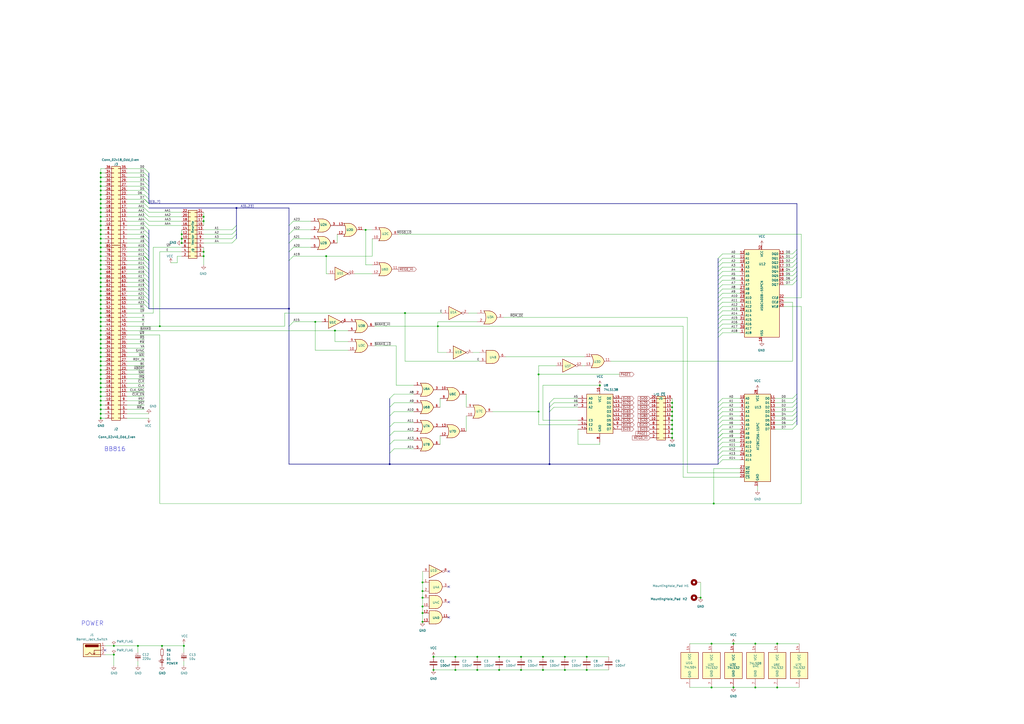
<source format=kicad_sch>
(kicad_sch (version 20250114) (generator "eeschema") (generator_version "9.0")
  (paper "A2")
  (text "POWER" (at 46.99 363.22 0) (effects (font (size 2.54 2.54)) (justify left bottom)))
  (text "BB816" (at 72.898 262.128 0) (effects (font (size 2.54 2.54)) (justify right bottom)))
  (junction (at 438.15 398.78))
  (junction (at 58.42 105.41))
  (junction (at 389.89 233.68))
  (junction (at 58.42 102.87))
  (junction (at 302.26 381))
  (junction (at 58.42 189.23))
  (junction (at 389.89 246.38))
  (junction (at 58.42 125.73))
  (junction (at 58.42 118.11))
  (junction (at 58.42 179.07))
  (junction (at 212.09 133.35))
  (junction (at 312.42 238.76))
  (junction (at 92.71 189.23))
  (junction (at 182.88 186.69))
  (junction (at 58.42 191.77))
  (junction (at 58.42 219.71))
  (junction (at 245.11 342.9))
  (junction (at 406.4 346.71))
  (junction (at 251.46 381))
  (junction (at 58.42 156.21))
  (junction (at 58.42 240.03))
  (junction (at 389.89 241.3))
  (junction (at 58.42 130.81))
  (junction (at 93.98 374.65))
  (junction (at 105.41 140.97))
  (junction (at 318.77 269.24))
  (junction (at 58.42 222.25))
  (junction (at 66.04 379.73))
  (junction (at 245.11 346.71))
  (junction (at 58.42 207.01))
  (junction (at 312.42 217.17))
  (junction (at 226.06 269.24))
  (junction (at 58.42 171.45))
  (junction (at 314.96 388.62))
  (junction (at 58.42 199.39))
  (junction (at 58.42 138.43))
  (junction (at 314.96 381))
  (junction (at 58.42 194.31))
  (junction (at 276.86 388.62))
  (junction (at 245.11 351.79))
  (junction (at 245.11 355.6))
  (junction (at 58.42 184.15))
  (junction (at 389.89 243.84))
  (junction (at 438.15 373.38))
  (junction (at 58.42 212.09))
  (junction (at 58.42 217.17))
  (junction (at 58.42 196.85))
  (junction (at 58.42 107.95))
  (junction (at 58.42 153.67))
  (junction (at 340.36 381))
  (junction (at 58.42 224.79))
  (junction (at 264.16 381))
  (junction (at 327.66 381))
  (junction (at 58.42 234.95))
  (junction (at 412.75 398.78))
  (junction (at 194.31 191.77))
  (junction (at 58.42 133.35))
  (junction (at 58.42 158.75))
  (junction (at 189.23 148.59))
  (junction (at 58.42 120.65))
  (junction (at 58.42 140.97))
  (junction (at 58.42 128.27))
  (junction (at 412.75 373.38))
  (junction (at 450.85 398.78))
  (junction (at 58.42 146.05))
  (junction (at 58.42 204.47))
  (junction (at 58.42 237.49))
  (junction (at 347.98 223.52))
  (junction (at 58.42 123.19))
  (junction (at 289.56 381))
  (junction (at 105.41 138.43))
  (junction (at 118.11 146.05))
  (junction (at 58.42 100.33))
  (junction (at 58.42 166.37))
  (junction (at 58.42 143.51))
  (junction (at 137.16 120.65))
  (junction (at 425.45 373.38))
  (junction (at 58.42 209.55))
  (junction (at 340.36 388.62))
  (junction (at 58.42 181.61))
  (junction (at 289.56 388.62))
  (junction (at 58.42 135.89))
  (junction (at 389.89 248.92))
  (junction (at 254 189.23))
  (junction (at 58.42 186.69))
  (junction (at 58.42 227.33))
  (junction (at 234.95 181.61))
  (junction (at 66.04 374.65))
  (junction (at 58.42 115.57))
  (junction (at 302.26 388.62))
  (junction (at 450.85 373.38))
  (junction (at 414.02 292.1))
  (junction (at 58.42 214.63))
  (junction (at 245.11 337.82))
  (junction (at 251.46 388.62))
  (junction (at 58.42 113.03))
  (junction (at 276.86 381))
  (junction (at 58.42 148.59))
  (junction (at 264.16 388.62))
  (junction (at 327.66 388.62))
  (junction (at 425.45 398.78))
  (junction (at 389.89 238.76))
  (junction (at 118.11 148.59))
  (junction (at 80.01 374.65))
  (junction (at 58.42 163.83))
  (junction (at 118.11 128.27))
  (junction (at 389.89 251.46))
  (junction (at 105.41 135.89))
  (junction (at 58.42 242.57))
  (junction (at 167.64 179.07))
  (junction (at 58.42 176.53))
  (junction (at 58.42 110.49))
  (junction (at 58.42 201.93))
  (junction (at 245.11 360.68))
  (junction (at 389.89 254))
  (junction (at 58.42 232.41))
  (junction (at 58.42 151.13))
  (junction (at 118.11 125.73))
  (junction (at 58.42 168.91))
  (junction (at 389.89 236.22))
  (junction (at 58.42 173.99))
  (junction (at 58.42 161.29))
  (junction (at 58.42 229.87))
  (junction (at 106.68 374.65))
  (no_connect (at 260.35 358.14))
  (no_connect (at 60.96 377.19))
  (no_connect (at 260.35 340.36))
  (no_connect (at 260.35 349.25))
  (no_connect (at 260.35 331.47))
  (bus_entry (at 462.28 243.84) (size -2.54 2.54))
  (bus_entry (at 462.28 149.86) (size -2.54 2.54))
  (bus_entry (at 416.56 195.58) (size 2.54 -2.54))
  (bus_entry (at 86.36 158.75) (size -2.54 -2.54))
  (bus_entry (at 416.56 269.24) (size 2.54 -2.54))
  (bus_entry (at 86.36 179.07) (size -2.54 -2.54))
  (bus_entry (at 226.06 236.22) (size 2.54 -2.54))
  (bus_entry (at 416.56 238.76) (size 2.54 -2.54))
  (bus_entry (at 86.36 123.19) (size -2.54 -2.54))
  (bus_entry (at 86.36 176.53) (size -2.54 -2.54))
  (bus_entry (at 86.36 146.05) (size -2.54 -2.54))
  (bus_entry (at 226.06 262.89) (size 2.54 -2.54))
  (bus_entry (at 462.28 228.6) (size -2.54 2.54))
  (bus_entry (at 416.56 241.3) (size 2.54 -2.54))
  (bus_entry (at 137.16 133.35) (size -2.54 2.54))
  (bus_entry (at 462.28 231.14) (size -2.54 2.54))
  (bus_entry (at 86.36 148.59) (size -2.54 -2.54))
  (bus_entry (at 137.16 138.43) (size -2.54 2.54))
  (bus_entry (at 226.06 231.14) (size 2.54 -2.54))
  (bus_entry (at 416.56 172.72) (size 2.54 -2.54))
  (bus_entry (at 167.64 189.23) (size 2.54 -2.54))
  (bus_entry (at 137.16 135.89) (size -2.54 2.54))
  (bus_entry (at 86.36 168.91) (size -2.54 -2.54))
  (bus_entry (at 416.56 182.88) (size 2.54 -2.54))
  (bus_entry (at 226.06 257.81) (size 2.54 -2.54))
  (bus_entry (at 86.36 140.97) (size -2.54 -2.54))
  (bus_entry (at 416.56 261.62) (size 2.54 -2.54))
  (bus_entry (at 86.36 118.11) (size -2.54 -2.54))
  (bus_entry (at 86.36 138.43) (size -2.54 -2.54))
  (bus_entry (at 86.36 105.41) (size -2.54 -2.54))
  (bus_entry (at 416.56 185.42) (size 2.54 -2.54))
  (bus_entry (at 86.36 113.03) (size -2.54 -2.54))
  (bus_entry (at 318.77 238.76) (size 2.54 -2.54))
  (bus_entry (at 167.64 140.97) (size 2.54 -2.54))
  (bus_entry (at 416.56 162.56) (size 2.54 -2.54))
  (bus_entry (at 416.56 266.7) (size 2.54 -2.54))
  (bus_entry (at 416.56 243.84) (size 2.54 -2.54))
  (bus_entry (at 170.18 128.27) (size -2.54 2.54))
  (bus_entry (at 86.36 156.21) (size -2.54 -2.54))
  (bus_entry (at 416.56 248.92) (size 2.54 -2.54))
  (bus_entry (at 416.56 177.8) (size 2.54 -2.54))
  (bus_entry (at 86.36 100.33) (size -2.54 -2.54))
  (bus_entry (at 86.36 118.11) (size -2.54 -2.54))
  (bus_entry (at 86.36 110.49) (size -2.54 -2.54))
  (bus_entry (at 462.28 152.4) (size -2.54 2.54))
  (bus_entry (at 86.36 107.95) (size -2.54 -2.54))
  (bus_entry (at 86.36 151.13) (size -2.54 -2.54))
  (bus_entry (at 86.36 163.83) (size -2.54 -2.54))
  (bus_entry (at 462.28 157.48) (size -2.54 2.54))
  (bus_entry (at 416.56 154.94) (size 2.54 -2.54))
  (bus_entry (at 86.36 115.57) (size -2.54 -2.54))
  (bus_entry (at 137.16 130.81) (size -2.54 2.54))
  (bus_entry (at 462.28 144.78) (size -2.54 2.54))
  (bus_entry (at 416.56 187.96) (size 2.54 -2.54))
  (bus_entry (at 416.56 149.86) (size 2.54 -2.54))
  (bus_entry (at 462.28 154.94) (size -2.54 2.54))
  (bus_entry (at 167.64 135.89) (size 2.54 -2.54))
  (bus_entry (at 416.56 254) (size 2.54 -2.54))
  (bus_entry (at 462.28 241.3) (size -2.54 2.54))
  (bus_entry (at 416.56 167.64) (size 2.54 -2.54))
  (bus_entry (at 86.36 151.13) (size -2.54 -2.54))
  (bus_entry (at 462.28 238.76) (size -2.54 2.54))
  (bus_entry (at 416.56 254) (size 2.54 -2.54))
  (bus_entry (at 86.36 130.81) (size -2.54 -2.54))
  (bus_entry (at 416.56 246.38) (size 2.54 -2.54))
  (bus_entry (at 462.28 233.68) (size -2.54 2.54))
  (bus_entry (at 226.06 241.3) (size 2.54 -2.54))
  (bus_entry (at 86.36 143.51) (size -2.54 -2.54))
  (bus_entry (at 416.56 264.16) (size 2.54 -2.54))
  (bus_entry (at 86.36 153.67) (size -2.54 -2.54))
  (bus_entry (at 416.56 180.34) (size 2.54 -2.54))
  (bus_entry (at 167.64 146.05) (size 2.54 -2.54))
  (bus_entry (at 462.28 147.32) (size -2.54 2.54))
  (bus_entry (at 318.77 236.22) (size 2.54 -2.54))
  (bus_entry (at 86.36 151.13) (size -2.54 -2.54))
  (bus_entry (at 416.56 190.5) (size 2.54 -2.54))
  (bus_entry (at 462.28 160.02) (size -2.54 2.54))
  (bus_entry (at 86.36 120.65) (size -2.54 -2.54))
  (bus_entry (at 86.36 151.13) (size -2.54 -2.54))
  (bus_entry (at 226.06 252.73) (size 2.54 -2.54))
  (bus_entry (at 416.56 193.04) (size 2.54 -2.54))
  (bus_entry (at 167.64 151.13) (size 2.54 -2.54))
  (bus_entry (at 416.56 233.68) (size 2.54 -2.54))
  (bus_entry (at 86.36 125.73) (size -2.54 -2.54))
  (bus_entry (at 86.36 173.99) (size -2.54 -2.54))
  (bus_entry (at 416.56 236.22) (size 2.54 -2.54))
  (bus_entry (at 226.06 247.65) (size 2.54 -2.54))
  (bus_entry (at 86.36 102.87) (size -2.54 -2.54))
  (bus_entry (at 86.36 161.29) (size -2.54 -2.54))
  (bus_entry (at 416.56 157.48) (size 2.54 -2.54))
  (bus_entry (at 462.28 236.22) (size -2.54 2.54))
  (bus_entry (at 416.56 259.08) (size 2.54 -2.54))
  (bus_entry (at 86.36 128.27) (size -2.54 -2.54))
  (bus_entry (at 86.36 135.89) (size -2.54 -2.54))
  (bus_entry (at 462.28 246.38) (size -2.54 2.54))
  (bus_entry (at 416.56 170.18) (size 2.54 -2.54))
  (bus_entry (at 416.56 160.02) (size 2.54 -2.54))
  (bus_entry (at 86.36 166.37) (size -2.54 -2.54))
  (bus_entry (at 416.56 256.54) (size 2.54 -2.54))
  (bus_entry (at 318.77 233.68) (size 2.54 -2.54))
  (bus_entry (at 416.56 251.46) (size 2.54 -2.54))
  (bus_entry (at 416.56 175.26) (size 2.54 -2.54))
  (bus_entry (at 416.56 165.1) (size 2.54 -2.54))
  (bus_entry (at 416.56 152.4) (size 2.54 -2.54))
  (bus_entry (at 462.28 162.56) (size -2.54 2.54))
  (bus_entry (at 86.36 171.45) (size -2.54 -2.54))
  (bus_entry (at 86.36 133.35) (size -2.54 -2.54))
  (bus (pts (xy 416.56 248.92) (xy 416.56 246.38)))
  (wire (pts (xy 73.66 189.23) (xy 92.71 189.23)))
  (wire (pts (xy 321.31 233.68) (xy 335.28 233.68)))
  (wire (pts (xy 58.42 207.01) (xy 60.96 207.01)))
  (wire (pts (xy 419.1 266.7) (xy 429.26 266.7)))
  (bus (pts (xy 462.28 157.48) (xy 462.28 160.02)))
  (wire (pts (xy 58.42 181.61) (xy 58.42 179.07)))
  (bus (pts (xy 462.28 238.76) (xy 462.28 236.22)))
  (wire (pts (xy 419.1 254) (xy 429.26 254)))
  (wire (pts (xy 118.11 143.51) (xy 118.11 146.05)))
  (wire (pts (xy 182.88 186.69) (xy 186.69 186.69)))
  (wire (pts (xy 182.88 186.69) (xy 182.88 203.2)))
  (wire (pts (xy 58.42 107.95) (xy 60.96 107.95)))
  (wire (pts (xy 58.42 176.53) (xy 58.42 173.99)))
  (wire (pts (xy 58.42 222.25) (xy 58.42 219.71)))
  (bus (pts (xy 167.64 140.97) (xy 167.64 146.05)))
  (wire (pts (xy 270.51 228.6) (xy 270.51 236.22)))
  (wire (pts (xy 302.26 381) (xy 314.96 381)))
  (bus (pts (xy 416.56 162.56) (xy 416.56 165.1)))
  (wire (pts (xy 228.6 250.19) (xy 240.03 250.19)))
  (bus (pts (xy 462.28 118.11) (xy 462.28 144.78)))
  (bus (pts (xy 416.56 152.4) (xy 416.56 154.94)))
  (wire (pts (xy 83.82 120.65) (xy 73.66 120.65)))
  (bus (pts (xy 416.56 256.54) (xy 416.56 254)))
  (wire (pts (xy 276.86 388.62) (xy 289.56 388.62)))
  (wire (pts (xy 58.42 214.63) (xy 58.42 212.09)))
  (wire (pts (xy 419.1 157.48) (xy 429.26 157.48)))
  (wire (pts (xy 83.82 125.73) (xy 73.66 125.73)))
  (wire (pts (xy 170.18 128.27) (xy 180.34 128.27)))
  (bus (pts (xy 137.16 135.89) (xy 137.16 138.43)))
  (wire (pts (xy 389.89 231.14) (xy 389.89 233.68)))
  (wire (pts (xy 58.42 130.81) (xy 60.96 130.81)))
  (bus (pts (xy 86.36 179.07) (xy 86.36 176.53)))
  (wire (pts (xy 234.95 181.61) (xy 256.54 181.61)))
  (bus (pts (xy 462.28 241.3) (xy 462.28 243.84)))
  (wire (pts (xy 58.42 237.49) (xy 60.96 237.49)))
  (wire (pts (xy 231.14 135.89) (xy 464.82 135.89)))
  (wire (pts (xy 83.82 100.33) (xy 73.66 100.33)))
  (wire (pts (xy 58.42 207.01) (xy 58.42 204.47)))
  (wire (pts (xy 271.78 181.61) (xy 276.86 181.61)))
  (wire (pts (xy 58.42 125.73) (xy 60.96 125.73)))
  (wire (pts (xy 419.1 167.64) (xy 429.26 167.64)))
  (bus (pts (xy 86.36 110.49) (xy 86.36 113.03)))
  (wire (pts (xy 245.11 346.71) (xy 245.11 351.79)))
  (wire (pts (xy 58.42 130.81) (xy 58.42 128.27)))
  (wire (pts (xy 58.42 140.97) (xy 58.42 138.43)))
  (wire (pts (xy 83.82 209.55) (xy 73.66 209.55)))
  (wire (pts (xy 419.1 231.14) (xy 429.26 231.14)))
  (wire (pts (xy 292.1 184.15) (xy 398.78 184.15)))
  (wire (pts (xy 58.42 227.33) (xy 58.42 224.79)))
  (wire (pts (xy 285.75 238.76) (xy 312.42 238.76)))
  (wire (pts (xy 83.82 161.29) (xy 73.66 161.29)))
  (wire (pts (xy 438.15 373.38) (xy 450.85 373.38)))
  (bus (pts (xy 86.36 115.57) (xy 86.36 118.11)))
  (wire (pts (xy 314.96 388.62) (xy 327.66 388.62)))
  (wire (pts (xy 83.82 176.53) (xy 73.66 176.53)))
  (wire (pts (xy 58.42 100.33) (xy 58.42 97.79)))
  (wire (pts (xy 92.71 194.31) (xy 92.71 292.1)))
  (bus (pts (xy 86.36 161.29) (xy 86.36 163.83)))
  (wire (pts (xy 419.1 177.8) (xy 429.26 177.8)))
  (wire (pts (xy 454.66 162.56) (xy 459.74 162.56)))
  (wire (pts (xy 419.1 264.16) (xy 429.26 264.16)))
  (wire (pts (xy 92.71 146.05) (xy 105.41 146.05)))
  (wire (pts (xy 73.66 115.57) (xy 83.82 115.57)))
  (wire (pts (xy 419.1 248.92) (xy 429.26 248.92)))
  (bus (pts (xy 416.56 154.94) (xy 416.56 157.48)))
  (wire (pts (xy 58.42 219.71) (xy 60.96 219.71)))
  (wire (pts (xy 58.42 234.95) (xy 58.42 232.41)))
  (wire (pts (xy 83.82 179.07) (xy 73.66 179.07)))
  (wire (pts (xy 419.1 190.5) (xy 429.26 190.5)))
  (wire (pts (xy 58.42 194.31) (xy 60.96 194.31)))
  (wire (pts (xy 419.1 152.4) (xy 429.26 152.4)))
  (wire (pts (xy 321.31 231.14) (xy 335.28 231.14)))
  (wire (pts (xy 58.42 143.51) (xy 60.96 143.51)))
  (wire (pts (xy 58.42 217.17) (xy 60.96 217.17)))
  (wire (pts (xy 105.41 135.89) (xy 105.41 138.43)))
  (wire (pts (xy 58.42 120.65) (xy 58.42 118.11)))
  (wire (pts (xy 245.11 331.47) (xy 245.11 337.82)))
  (bus (pts (xy 416.56 256.54) (xy 416.56 259.08)))
  (bus (pts (xy 167.64 120.65) (xy 167.64 130.81)))
  (wire (pts (xy 118.11 123.19) (xy 118.11 125.73)))
  (wire (pts (xy 264.16 381) (xy 276.86 381)))
  (wire (pts (xy 58.42 222.25) (xy 60.96 222.25)))
  (wire (pts (xy 245.11 355.6) (xy 245.11 360.68)))
  (bus (pts (xy 416.56 259.08) (xy 416.56 261.62)))
  (bus (pts (xy 137.16 120.65) (xy 137.16 130.81)))
  (wire (pts (xy 58.42 153.67) (xy 60.96 153.67)))
  (wire (pts (xy 400.05 373.38) (xy 412.75 373.38)))
  (wire (pts (xy 73.66 113.03) (xy 83.82 113.03)))
  (bus (pts (xy 226.06 236.22) (xy 226.06 241.3)))
  (wire (pts (xy 102.87 148.59) (xy 105.41 148.59)))
  (wire (pts (xy 86.36 240.03) (xy 73.66 240.03)))
  (wire (pts (xy 83.82 130.81) (xy 73.66 130.81)))
  (wire (pts (xy 102.87 152.4) (xy 99.06 152.4)))
  (wire (pts (xy 58.42 224.79) (xy 60.96 224.79)))
  (wire (pts (xy 106.68 386.08) (xy 106.68 383.54)))
  (bus (pts (xy 462.28 228.6) (xy 462.28 231.14)))
  (wire (pts (xy 73.66 181.61) (xy 88.9 181.61)))
  (wire (pts (xy 58.42 97.79) (xy 60.96 97.79)))
  (wire (pts (xy 106.68 373.38) (xy 106.68 374.65)))
  (wire (pts (xy 58.42 120.65) (xy 60.96 120.65)))
  (wire (pts (xy 58.42 107.95) (xy 58.42 105.41)))
  (wire (pts (xy 83.82 184.15) (xy 73.66 184.15)))
  (wire (pts (xy 58.42 199.39) (xy 60.96 199.39)))
  (wire (pts (xy 229.87 200.66) (xy 229.87 223.52)))
  (wire (pts (xy 302.26 388.62) (xy 314.96 388.62)))
  (bus (pts (xy 137.16 130.81) (xy 137.16 133.35)))
  (wire (pts (xy 58.42 118.11) (xy 58.42 115.57)))
  (wire (pts (xy 454.66 177.8) (xy 464.82 177.8)))
  (wire (pts (xy 234.95 209.55) (xy 278.13 209.55)))
  (wire (pts (xy 450.85 398.78) (xy 463.55 398.78)))
  (wire (pts (xy 335.28 243.84) (xy 314.96 243.84)))
  (wire (pts (xy 396.24 189.23) (xy 396.24 276.86)))
  (wire (pts (xy 255.27 231.14) (xy 255.27 236.22)))
  (wire (pts (xy 58.42 199.39) (xy 58.42 196.85)))
  (wire (pts (xy 73.66 148.59) (xy 83.82 148.59)))
  (wire (pts (xy 58.42 156.21) (xy 60.96 156.21)))
  (wire (pts (xy 83.82 138.43) (xy 73.66 138.43)))
  (wire (pts (xy 217.17 200.66) (xy 229.87 200.66)))
  (bus (pts (xy 86.36 113.03) (xy 86.36 115.57)))
  (wire (pts (xy 66.04 379.73) (xy 66.04 386.08)))
  (wire (pts (xy 93.98 374.65) (xy 93.98 375.92)))
  (bus (pts (xy 462.28 238.76) (xy 462.28 241.3)))
  (wire (pts (xy 419.1 180.34) (xy 429.26 180.34)))
  (wire (pts (xy 105.41 138.43) (xy 105.41 140.97)))
  (wire (pts (xy 83.82 207.01) (xy 73.66 207.01)))
  (wire (pts (xy 83.82 123.19) (xy 73.66 123.19)))
  (wire (pts (xy 276.86 381) (xy 289.56 381)))
  (wire (pts (xy 58.42 184.15) (xy 60.96 184.15)))
  (wire (pts (xy 251.46 388.62) (xy 264.16 388.62)))
  (wire (pts (xy 83.82 110.49) (xy 73.66 110.49)))
  (wire (pts (xy 83.82 156.21) (xy 73.66 156.21)))
  (wire (pts (xy 58.42 140.97) (xy 60.96 140.97)))
  (wire (pts (xy 419.1 236.22) (xy 429.26 236.22)))
  (bus (pts (xy 86.36 163.83) (xy 86.36 166.37)))
  (wire (pts (xy 58.42 242.57) (xy 60.96 242.57)))
  (wire (pts (xy 83.82 214.63) (xy 73.66 214.63)))
  (wire (pts (xy 419.1 259.08) (xy 429.26 259.08)))
  (wire (pts (xy 83.82 168.91) (xy 73.66 168.91)))
  (bus (pts (xy 86.36 143.51) (xy 86.36 140.97)))
  (wire (pts (xy 58.42 133.35) (xy 58.42 130.81)))
  (wire (pts (xy 83.82 232.41) (xy 73.66 232.41)))
  (bus (pts (xy 226.06 241.3) (xy 226.06 247.65)))
  (wire (pts (xy 419.1 241.3) (xy 429.26 241.3)))
  (bus (pts (xy 416.56 177.8) (xy 416.56 180.34)))
  (bus (pts (xy 86.36 146.05) (xy 86.36 148.59)))
  (bus (pts (xy 86.36 118.11) (xy 462.28 118.11)))
  (wire (pts (xy 194.31 191.77) (xy 201.93 191.77)))
  (wire (pts (xy 419.1 238.76) (xy 429.26 238.76)))
  (wire (pts (xy 215.9 133.35) (xy 212.09 133.35)))
  (wire (pts (xy 83.82 219.71) (xy 73.66 219.71)))
  (wire (pts (xy 406.4 337.82) (xy 406.4 346.71)))
  (wire (pts (xy 58.42 201.93) (xy 60.96 201.93)))
  (wire (pts (xy 251.46 381) (xy 264.16 381)))
  (wire (pts (xy 83.82 151.13) (xy 73.66 151.13)))
  (wire (pts (xy 194.31 191.77) (xy 194.31 198.12)))
  (bus (pts (xy 86.36 148.59) (xy 86.36 151.13)))
  (wire (pts (xy 228.6 228.6) (xy 240.03 228.6)))
  (wire (pts (xy 347.98 257.81) (xy 347.98 256.54)))
  (wire (pts (xy 83.82 237.49) (xy 73.66 237.49)))
  (wire (pts (xy 58.42 204.47) (xy 60.96 204.47)))
  (wire (pts (xy 83.82 105.41) (xy 73.66 105.41)))
  (wire (pts (xy 58.42 138.43) (xy 60.96 138.43)))
  (bus (pts (xy 416.56 251.46) (xy 416.56 248.92)))
  (wire (pts (xy 58.42 138.43) (xy 58.42 135.89)))
  (wire (pts (xy 245.11 351.79) (xy 245.11 355.6)))
  (wire (pts (xy 83.82 212.09) (xy 73.66 212.09)))
  (wire (pts (xy 339.09 212.09) (xy 337.82 212.09)))
  (wire (pts (xy 449.58 238.76) (xy 459.74 238.76)))
  (wire (pts (xy 118.11 128.27) (xy 118.11 130.81)))
  (wire (pts (xy 414.02 271.78) (xy 429.26 271.78)))
  (bus (pts (xy 86.36 120.65) (xy 137.16 120.65)))
  (wire (pts (xy 340.36 381) (xy 353.06 381)))
  (bus (pts (xy 416.56 236.22) (xy 416.56 233.68)))
  (wire (pts (xy 189.23 158.75) (xy 190.5 158.75)))
  (wire (pts (xy 58.42 209.55) (xy 60.96 209.55)))
  (wire (pts (xy 58.42 102.87) (xy 60.96 102.87)))
  (wire (pts (xy 449.58 248.92) (xy 459.74 248.92)))
  (wire (pts (xy 454.66 149.86) (xy 459.74 149.86)))
  (wire (pts (xy 83.82 163.83) (xy 73.66 163.83)))
  (wire (pts (xy 58.42 156.21) (xy 58.42 153.67)))
  (wire (pts (xy 335.28 257.81) (xy 347.98 257.81)))
  (wire (pts (xy 58.42 186.69) (xy 58.42 184.15)))
  (wire (pts (xy 412.75 398.78) (xy 425.45 398.78)))
  (wire (pts (xy 425.45 398.78) (xy 438.15 398.78)))
  (wire (pts (xy 454.66 157.48) (xy 459.74 157.48)))
  (bus (pts (xy 462.28 147.32) (xy 462.28 149.86)))
  (wire (pts (xy 58.42 234.95) (xy 60.96 234.95)))
  (bus (pts (xy 416.56 175.26) (xy 416.56 177.8)))
  (bus (pts (xy 86.36 133.35) (xy 86.36 135.89)))
  (wire (pts (xy 102.87 152.4) (xy 102.87 148.59)))
  (wire (pts (xy 58.42 237.49) (xy 58.42 234.95)))
  (wire (pts (xy 449.58 236.22) (xy 459.74 236.22)))
  (wire (pts (xy 73.66 143.51) (xy 83.82 143.51)))
  (wire (pts (xy 274.32 204.47) (xy 278.13 204.47)))
  (wire (pts (xy 73.66 133.35) (xy 83.82 133.35)))
  (wire (pts (xy 58.42 161.29) (xy 58.42 158.75)))
  (wire (pts (xy 134.62 135.89) (xy 118.11 135.89)))
  (wire (pts (xy 228.6 245.11) (xy 240.03 245.11)))
  (wire (pts (xy 58.42 219.71) (xy 58.42 217.17)))
  (bus (pts (xy 86.36 153.67) (xy 86.36 156.21)))
  (wire (pts (xy 58.42 214.63) (xy 60.96 214.63)))
  (bus (pts (xy 462.28 149.86) (xy 462.28 152.4)))
  (bus (pts (xy 416.56 172.72) (xy 416.56 175.26)))
  (wire (pts (xy 83.82 229.87) (xy 73.66 229.87)))
  (bus (pts (xy 86.36 156.21) (xy 86.36 158.75)))
  (wire (pts (xy 212.09 133.35) (xy 210.82 133.35)))
  (wire (pts (xy 312.42 212.09) (xy 312.42 217.17)))
  (wire (pts (xy 419.1 162.56) (xy 429.26 162.56)))
  (wire (pts (xy 83.82 201.93) (xy 73.66 201.93)))
  (wire (pts (xy 312.42 238.76) (xy 312.42 246.38)))
  (wire (pts (xy 419.1 193.04) (xy 429.26 193.04)))
  (wire (pts (xy 419.1 147.32) (xy 429.26 147.32)))
  (wire (pts (xy 58.42 191.77) (xy 60.96 191.77)))
  (bus (pts (xy 226.06 269.24) (xy 318.77 269.24)))
  (wire (pts (xy 58.42 212.09) (xy 58.42 209.55)))
  (wire (pts (xy 58.42 229.87) (xy 60.96 229.87)))
  (wire (pts (xy 58.42 166.37) (xy 58.42 163.83)))
  (wire (pts (xy 254 186.69) (xy 276.86 186.69)))
  (wire (pts (xy 314.96 381) (xy 327.66 381)))
  (wire (pts (xy 83.82 173.99) (xy 73.66 173.99)))
  (bus (pts (xy 167.64 269.24) (xy 226.06 269.24)))
  (wire (pts (xy 389.89 243.84) (xy 389.89 246.38)))
  (wire (pts (xy 215.9 138.43) (xy 215.9 148.59)))
  (wire (pts (xy 83.82 217.17) (xy 73.66 217.17)))
  (wire (pts (xy 170.18 186.69) (xy 182.88 186.69)))
  (bus (pts (xy 226.06 262.89) (xy 226.06 269.24)))
  (wire (pts (xy 73.66 97.79) (xy 83.82 97.79)))
  (wire (pts (xy 58.42 196.85) (xy 58.42 194.31)))
  (wire (pts (xy 419.1 243.84) (xy 429.26 243.84)))
  (bus (pts (xy 86.36 168.91) (xy 86.36 171.45)))
  (wire (pts (xy 389.89 251.46) (xy 389.89 248.92)))
  (wire (pts (xy 170.18 143.51) (xy 180.34 143.51)))
  (wire (pts (xy 58.42 158.75) (xy 60.96 158.75)))
  (wire (pts (xy 58.42 146.05) (xy 60.96 146.05)))
  (wire (pts (xy 58.42 173.99) (xy 58.42 171.45)))
  (bus (pts (xy 416.56 149.86) (xy 416.56 152.4)))
  (wire (pts (xy 83.82 107.95) (xy 73.66 107.95)))
  (wire (pts (xy 92.71 189.23) (xy 92.71 146.05)))
  (wire (pts (xy 398.78 184.15) (xy 398.78 274.32)))
  (wire (pts (xy 419.1 256.54) (xy 429.26 256.54)))
  (wire (pts (xy 464.82 292.1) (xy 464.82 177.8)))
  (wire (pts (xy 83.82 204.47) (xy 73.66 204.47)))
  (wire (pts (xy 419.1 175.26) (xy 429.26 175.26)))
  (wire (pts (xy 449.58 233.68) (xy 459.74 233.68)))
  (wire (pts (xy 86.36 123.19) (xy 105.41 123.19)))
  (wire (pts (xy 449.58 243.84) (xy 459.74 243.84)))
  (wire (pts (xy 58.42 168.91) (xy 58.42 166.37)))
  (bus (pts (xy 137.16 120.65) (xy 167.64 120.65)))
  (bus (pts (xy 462.28 144.78) (xy 462.28 147.32)))
  (bus (pts (xy 226.06 252.73) (xy 226.06 257.81)))
  (wire (pts (xy 419.1 251.46) (xy 429.26 251.46)))
  (wire (pts (xy 58.42 123.19) (xy 60.96 123.19)))
  (wire (pts (xy 454.66 160.02) (xy 459.74 160.02)))
  (wire (pts (xy 228.6 260.35) (xy 240.03 260.35)))
  (bus (pts (xy 86.36 102.87) (xy 86.36 100.33)))
  (wire (pts (xy 80.01 386.08) (xy 80.01 383.54)))
  (wire (pts (xy 83.82 171.45) (xy 73.66 171.45)))
  (wire (pts (xy 289.56 381) (xy 302.26 381)))
  (bus (pts (xy 86.36 151.13) (xy 86.36 153.67)))
  (bus (pts (xy 226.06 231.14) (xy 226.06 236.22)))
  (wire (pts (xy 414.02 292.1) (xy 464.82 292.1)))
  (wire (pts (xy 58.42 115.57) (xy 58.42 113.03)))
  (wire (pts (xy 93.98 374.65) (xy 106.68 374.65)))
  (wire (pts (xy 58.42 171.45) (xy 58.42 168.91)))
  (wire (pts (xy 83.82 196.85) (xy 73.66 196.85)))
  (wire (pts (xy 58.42 118.11) (xy 60.96 118.11)))
  (wire (pts (xy 454.66 175.26) (xy 459.74 175.26)))
  (wire (pts (xy 105.41 133.35) (xy 105.41 135.89)))
  (wire (pts (xy 58.42 212.09) (xy 60.96 212.09)))
  (wire (pts (xy 449.58 231.14) (xy 459.74 231.14)))
  (wire (pts (xy 419.1 165.1) (xy 429.26 165.1)))
  (wire (pts (xy 58.42 105.41) (xy 58.42 102.87)))
  (bus (pts (xy 86.36 179.07) (xy 167.64 179.07)))
  (wire (pts (xy 228.6 233.68) (xy 240.03 233.68)))
  (wire (pts (xy 83.82 140.97) (xy 73.66 140.97)))
  (wire (pts (xy 419.1 149.86) (xy 429.26 149.86)))
  (wire (pts (xy 312.42 212.09) (xy 322.58 212.09)))
  (bus (pts (xy 226.06 257.81) (xy 226.06 262.89)))
  (wire (pts (xy 80.01 374.65) (xy 93.98 374.65)))
  (wire (pts (xy 58.42 201.93) (xy 58.42 199.39)))
  (wire (pts (xy 419.1 233.68) (xy 429.26 233.68)))
  (wire (pts (xy 58.42 143.51) (xy 58.42 140.97)))
  (wire (pts (xy 234.95 181.61) (xy 234.95 209.55)))
  (wire (pts (xy 419.1 182.88) (xy 429.26 182.88)))
  (wire (pts (xy 170.18 148.59) (xy 189.23 148.59)))
  (bus (pts (xy 86.36 135.89) (xy 86.36 138.43)))
  (wire (pts (xy 439.42 284.48) (xy 439.42 281.94)))
  (wire (pts (xy 58.42 148.59) (xy 58.42 146.05)))
  (wire (pts (xy 58.42 100.33) (xy 60.96 100.33)))
  (wire (pts (xy 58.42 125.73) (xy 58.42 123.19)))
  (bus (pts (xy 462.28 160.02) (xy 462.28 162.56)))
  (wire (pts (xy 58.42 224.79) (xy 58.42 222.25)))
  (wire (pts (xy 228.6 238.76) (xy 240.03 238.76)))
  (wire (pts (xy 58.42 135.89) (xy 60.96 135.89)))
  (wire (pts (xy 58.42 209.55) (xy 58.42 207.01)))
  (wire (pts (xy 165.1 181.61) (xy 234.95 181.61)))
  (bus (pts (xy 416.56 241.3) (xy 416.56 238.76)))
  (wire (pts (xy 264.16 388.62) (xy 276.86 388.62)))
  (wire (pts (xy 88.9 181.61) (xy 88.9 143.51)))
  (wire (pts (xy 419.1 154.94) (xy 429.26 154.94)))
  (wire (pts (xy 389.89 238.76) (xy 389.89 241.3)))
  (wire (pts (xy 58.42 153.67) (xy 58.42 151.13)))
  (wire (pts (xy 201.93 198.12) (xy 194.31 198.12)))
  (wire (pts (xy 454.66 165.1) (xy 459.74 165.1)))
  (wire (pts (xy 414.02 271.78) (xy 414.02 292.1)))
  (wire (pts (xy 398.78 274.32) (xy 429.26 274.32)))
  (wire (pts (xy 58.42 110.49) (xy 58.42 107.95)))
  (wire (pts (xy 327.66 388.62) (xy 340.36 388.62)))
  (bus (pts (xy 416.56 264.16) (xy 416.56 266.7)))
  (wire (pts (xy 58.42 189.23) (xy 60.96 189.23)))
  (wire (pts (xy 412.75 373.38) (xy 425.45 373.38)))
  (bus (pts (xy 318.77 233.68) (xy 318.77 236.22)))
  (wire (pts (xy 314.96 223.52) (xy 347.98 223.52)))
  (wire (pts (xy 419.1 246.38) (xy 429.26 246.38)))
  (bus (pts (xy 462.28 154.94) (xy 462.28 152.4)))
  (bus (pts (xy 416.56 233.68) (xy 416.56 195.58)))
  (wire (pts (xy 58.42 128.27) (xy 60.96 128.27)))
  (wire (pts (xy 58.42 161.29) (xy 60.96 161.29)))
  (wire (pts (xy 58.42 102.87) (xy 58.42 100.33)))
  (wire (pts (xy 259.08 204.47) (xy 254 204.47)))
  (wire (pts (xy 459.74 175.26) (xy 459.74 209.55)))
  (wire (pts (xy 165.1 181.61) (xy 165.1 189.23)))
  (wire (pts (xy 58.42 242.57) (xy 58.42 240.03)))
  (wire (pts (xy 58.42 148.59) (xy 60.96 148.59)))
  (wire (pts (xy 83.82 234.95) (xy 73.66 234.95)))
  (wire (pts (xy 83.82 146.05) (xy 73.66 146.05)))
  (wire (pts (xy 321.31 236.22) (xy 335.28 236.22)))
  (wire (pts (xy 66.04 374.65) (xy 80.01 374.65)))
  (bus (pts (xy 167.64 179.07) (xy 167.64 189.23)))
  (wire (pts (xy 464.82 135.89) (xy 464.82 172.72)))
  (wire (pts (xy 118.11 125.73) (xy 118.11 128.27)))
  (bus (pts (xy 462.28 246.38) (xy 462.28 243.84)))
  (wire (pts (xy 58.42 133.35) (xy 60.96 133.35)))
  (bus (pts (xy 137.16 133.35) (xy 137.16 135.89)))
  (wire (pts (xy 58.42 229.87) (xy 58.42 227.33)))
  (wire (pts (xy 92.71 292.1) (xy 414.02 292.1)))
  (wire (pts (xy 58.42 232.41) (xy 58.42 229.87)))
  (bus (pts (xy 167.64 189.23) (xy 167.64 269.24)))
  (wire (pts (xy 464.82 172.72) (xy 454.66 172.72)))
  (wire (pts (xy 228.6 255.27) (xy 240.03 255.27)))
  (wire (pts (xy 58.42 179.07) (xy 58.42 176.53)))
  (wire (pts (xy 66.04 379.73) (xy 60.96 379.73)))
  (wire (pts (xy 86.36 242.57) (xy 73.66 242.57)))
  (bus (pts (xy 416.56 266.7) (xy 416.56 269.24)))
  (wire (pts (xy 419.1 187.96) (xy 429.26 187.96)))
  (wire (pts (xy 314.96 243.84) (xy 314.96 223.52)))
  (bus (pts (xy 318.77 269.24) (xy 416.56 269.24)))
  (wire (pts (xy 419.1 261.62) (xy 429.26 261.62)))
  (wire (pts (xy 134.62 138.43) (xy 118.11 138.43)))
  (bus (pts (xy 86.36 107.95) (xy 86.36 110.49)))
  (bus (pts (xy 416.56 193.04) (xy 416.56 195.58)))
  (wire (pts (xy 454.66 152.4) (xy 459.74 152.4)))
  (bus (pts (xy 416.56 236.22) (xy 416.56 238.76)))
  (wire (pts (xy 58.42 181.61) (xy 60.96 181.61)))
  (wire (pts (xy 293.37 207.01) (xy 339.09 207.01)))
  (bus (pts (xy 416.56 261.62) (xy 416.56 264.16)))
  (wire (pts (xy 327.66 381) (xy 340.36 381)))
  (wire (pts (xy 60.96 374.65) (xy 66.04 374.65)))
  (bus (pts (xy 318.77 238.76) (xy 318.77 269.24)))
  (wire (pts (xy 86.36 125.73) (xy 105.41 125.73)))
  (wire (pts (xy 83.82 158.75) (xy 73.66 158.75)))
  (bus (pts (xy 416.56 190.5) (xy 416.56 193.04)))
  (wire (pts (xy 134.62 133.35) (xy 118.11 133.35)))
  (wire (pts (xy 389.89 236.22) (xy 389.89 238.76)))
  (wire (pts (xy 58.42 186.69) (xy 60.96 186.69)))
  (wire (pts (xy 389.89 246.38) (xy 389.89 248.92)))
  (wire (pts (xy 88.9 143.51) (xy 105.41 143.51)))
  (bus (pts (xy 86.36 171.45) (xy 86.36 173.99)))
  (wire (pts (xy 255.27 252.73) (xy 255.27 257.81)))
  (bus (pts (xy 167.64 151.13) (xy 167.64 179.07)))
  (wire (pts (xy 92.71 189.23) (xy 165.1 189.23)))
  (wire (pts (xy 58.42 173.99) (xy 60.96 173.99)))
  (wire (pts (xy 83.82 153.67) (xy 73.66 153.67)))
  (wire (pts (xy 58.42 179.07) (xy 60.96 179.07)))
  (wire (pts (xy 83.82 186.69) (xy 73.66 186.69)))
  (bus (pts (xy 86.36 166.37) (xy 86.36 168.91)))
  (wire (pts (xy 438.15 398.78) (xy 450.85 398.78)))
  (wire (pts (xy 58.42 232.41) (xy 60.96 232.41)))
  (bus (pts (xy 167.64 135.89) (xy 167.64 140.97)))
  (wire (pts (xy 58.42 204.47) (xy 58.42 201.93)))
  (wire (pts (xy 58.42 168.91) (xy 60.96 168.91)))
  (bus (pts (xy 416.56 170.18) (xy 416.56 172.72)))
  (wire (pts (xy 80.01 378.46) (xy 80.01 374.65)))
  (wire (pts (xy 340.36 388.62) (xy 353.06 388.62)))
  (wire (pts (xy 118.11 146.05) (xy 118.11 148.59)))
  (bus (pts (xy 86.36 158.75) (xy 86.36 161.29)))
  (bus (pts (xy 86.36 173.99) (xy 86.36 176.53)))
  (wire (pts (xy 86.36 128.27) (xy 105.41 128.27)))
  (wire (pts (xy 58.42 163.83) (xy 60.96 163.83)))
  (bus (pts (xy 86.36 140.97) (xy 86.36 138.43)))
  (wire (pts (xy 389.89 241.3) (xy 389.89 243.84)))
  (wire (pts (xy 58.42 217.17) (xy 58.42 214.63)))
  (wire (pts (xy 83.82 102.87) (xy 73.66 102.87)))
  (wire (pts (xy 118.11 148.59) (xy 118.11 153.67)))
  (wire (pts (xy 170.18 133.35) (xy 180.34 133.35)))
  (wire (pts (xy 58.42 113.03) (xy 58.42 110.49)))
  (bus (pts (xy 416.56 243.84) (xy 416.56 241.3)))
  (bus (pts (xy 416.56 180.34) (xy 416.56 182.88)))
  (wire (pts (xy 58.42 227.33) (xy 60.96 227.33)))
  (wire (pts (xy 454.66 147.32) (xy 459.74 147.32)))
  (wire (pts (xy 58.42 191.77) (xy 58.42 189.23)))
  (wire (pts (xy 58.42 184.15) (xy 58.42 181.61)))
  (wire (pts (xy 83.82 222.25) (xy 73.66 222.25)))
  (wire (pts (xy 170.18 138.43) (xy 180.34 138.43)))
  (wire (pts (xy 118.11 140.97) (xy 134.62 140.97)))
  (wire (pts (xy 58.42 110.49) (xy 60.96 110.49)))
  (wire (pts (xy 254 189.23) (xy 254 204.47)))
  (bus (pts (xy 86.36 143.51) (xy 86.36 146.05)))
  (wire (pts (xy 58.42 123.19) (xy 58.42 120.65)))
  (bus (pts (xy 416.56 251.46) (xy 416.56 254)))
  (wire (pts (xy 58.42 189.23) (xy 58.42 186.69)))
  (wire (pts (xy 58.42 135.89) (xy 58.42 133.35)))
  (bus (pts (xy 416.56 160.02) (xy 416.56 162.56)))
  (wire (pts (xy 254 186.69) (xy 254 189.23)))
  (wire (pts (xy 195.58 135.89) (xy 195.58 140.97)))
  (bus (pts (xy 416.56 187.96) (xy 416.56 190.5)))
  (wire (pts (xy 454.66 154.94) (xy 459.74 154.94)))
  (wire (pts (xy 396.24 276.86) (xy 429.26 276.86)))
  (bus (pts (xy 462.28 233.68) (xy 462.28 231.14)))
  (wire (pts (xy 289.56 388.62) (xy 302.26 388.62)))
  (wire (pts (xy 229.87 223.52) (xy 240.03 223.52)))
  (wire (pts (xy 205.74 158.75) (xy 215.9 158.75)))
  (wire (pts (xy 58.42 151.13) (xy 58.42 148.59)))
  (wire (pts (xy 389.89 254) (xy 389.89 251.46)))
  (bus (pts (xy 167.64 146.05) (xy 167.64 151.13)))
  (wire (pts (xy 217.17 189.23) (xy 254 189.23)))
  (bus (pts (xy 86.36 105.41) (xy 86.36 102.87)))
  (wire (pts (xy 400.05 398.78) (xy 412.75 398.78)))
  (wire (pts (xy 312.42 217.17) (xy 312.42 238.76)))
  (wire (pts (xy 58.42 171.45) (xy 60.96 171.45)))
  (wire (pts (xy 58.42 194.31) (xy 58.42 191.77)))
  (wire (pts (xy 449.58 246.38) (xy 459.74 246.38)))
  (wire (pts (xy 312.42 246.38) (xy 335.28 246.38)))
  (wire (pts (xy 58.42 105.41) (xy 60.96 105.41)))
  (wire (pts (xy 83.82 199.39) (xy 73.66 199.39)))
  (bus (pts (xy 416.56 182.88) (xy 416.56 185.42)))
  (wire (pts (xy 58.42 146.05) (xy 58.42 143.51)))
  (wire (pts (xy 73.66 128.27) (xy 83.82 128.27)))
  (wire (pts (xy 83.82 227.33) (xy 73.66 227.33)))
  (wire (pts (xy 58.42 240.03) (xy 58.42 237.49)))
  (wire (pts (xy 419.1 160.02) (xy 429.26 160.02)))
  (wire (pts (xy 58.42 176.53) (xy 60.96 176.53)))
  (wire (pts (xy 58.42 166.37) (xy 60.96 166.37)))
  (wire (pts (xy 459.74 209.55) (xy 354.33 209.55)))
  (wire (pts (xy 254 189.23) (xy 396.24 189.23)))
  (wire (pts (xy 58.42 151.13) (xy 60.96 151.13)))
  (bus (pts (xy 226.06 247.65) (xy 226.06 252.73)))
  (wire (pts (xy 419.1 170.18) (xy 429.26 170.18)))
  (wire (pts (xy 245.11 342.9) (xy 245.11 346.71)))
  (wire (pts (xy 106.68 374.65) (xy 106.68 378.46)))
  (bus (pts (xy 86.36 105.41) (xy 86.36 107.95)))
  (bus (pts (xy 462.28 157.48) (xy 462.28 154.94)))
  (bus (pts (xy 416.56 185.42) (xy 416.56 187.96)))
  (bus (pts (xy 167.64 130.81) (xy 167.64 135.89)))
  (bus (pts (xy 318.77 236.22) (xy 318.77 238.76)))
  (wire (pts (xy 389.89 233.68) (xy 389.89 236.22)))
  (wire (pts (xy 58.42 115.57) (xy 60.96 115.57)))
  (bus (pts (xy 462.28 228.6) (xy 462.28 162.56)))
  (wire (pts (xy 58.42 163.83) (xy 58.42 161.29)))
  (wire (pts (xy 212.09 133.35) (xy 212.09 153.67)))
  (bus (pts (xy 416.56 246.38) (xy 416.56 243.84)))
  (wire (pts (xy 73.66 191.77) (xy 194.31 191.77)))
  (wire (pts (xy 189.23 158.75) (xy 189.23 148.59)))
  (wire (pts (xy 182.88 203.2) (xy 201.93 203.2)))
  (wire (pts (xy 58.42 158.75) (xy 58.42 156.21)))
  (bus (pts (xy 416.56 165.1) (xy 416.56 167.64)))
  (wire (pts (xy 212.09 153.67) (xy 215.9 153.67)))
  (bus (pts (xy 462.28 233.68) (xy 462.28 236.22)))
  (wire (pts (xy 58.42 113.03) (xy 60.96 113.03)))
  (wire (pts (xy 425.45 373.38) (xy 438.15 373.38)))
  (wire (pts (xy 450.85 373.38) (xy 463.55 373.38)))
  (wire (pts (xy 86.36 130.81) (xy 105.41 130.81)))
  (wire (pts (xy 270.51 241.3) (xy 270.51 250.19)))
  (bus (pts (xy 416.56 167.64) (xy 416.56 170.18)))
  (wire (pts (xy 419.1 185.42) (xy 429.26 185.42)))
  (wire (pts (xy 312.42 217.17) (xy 359.41 217.17)))
  (wire (pts (xy 449.58 241.3) (xy 459.74 241.3)))
  (wire (pts (xy 73.66 194.31) (xy 92.71 194.31)))
  (wire (pts (xy 189.23 148.59) (xy 215.9 148.59)))
  (wire (pts (xy 83.82 118.11) (xy 73.66 118.11)))
  (wire (pts (xy 58.42 128.27) (xy 58.42 125.73)))
  (wire (pts (xy 83.82 224.79) (xy 73.66 224.79)))
  (wire (pts (xy 58.42 240.03) (xy 60.96 240.03)))
  (wire (pts (xy 335.28 248.92) (xy 335.28 257.81)))
  (wire (pts (xy 245.11 337.82) (xy 245.11 342.9)))
  (wire (pts (xy 83.82 166.37) (xy 73.66 166.37)))
  (wire (pts (xy 58.42 196.85) (xy 60.96 196.85)))
  (wire (pts (xy 419.1 172.72) (xy 429.26 172.72)))
  (bus (pts (xy 416.56 157.48) (xy 416.56 160.02)))
  (wire (pts (xy 83.82 135.89) (xy 73.66 135.89)))
  (label "E" (at 97.79 146.05 180))
  (label "AA2" (at 99.06 125.73 180))
  (label "M" (at 83.82 186.69 180))
  (label "D1" (at 83.82 100.33 180))
  (label "~{WAI}" (at 83.82 207.01 180))
  (label "D7" (at 458.47 165.1 180))
  (label "D5" (at 455.93 243.84 180))
  (label "A5" (at 422.91 243.84 0))
  (label "AA4" (at 83.82 128.27 180))
  (label "R~{W}" (at 83.82 199.39 180))
  (label "AA3" (at 83.82 125.73 180))
  (label "D7" (at 83.82 115.57 180))
  (label "~{VP}" (at 83.82 181.61 180))
  (label "A13" (at 422.91 264.16 0))
  (label "D0" (at 83.82 97.79 180))
  (label "A[0..23]" (at 147.32 120.65 180))
  (label "A15" (at 170.18 186.69 0))
  (label "~{ML}" (at 83.82 179.07 180))
  (label "A0" (at 83.82 118.11 180))
  (label "A13" (at 424.18 180.34 0))
  (label "A1" (at 422.91 233.68 0))
  (label "~{ROM_OE}" (at 295.91 184.15 0))
  (label "A19" (at 173.99 148.59 180))
  (label "E" (at 256.54 181.61 180))
  (label "A20" (at 83.82 168.91 180))
  (label "AA1" (at 99.06 123.19 180))
  (label "A6" (at 335.28 233.68 180))
  (label "CLK" (at 83.82 224.79 180))
  (label "A8" (at 422.91 251.46 0))
  (label "A11" (at 422.91 259.08 0))
  (label "D2" (at 83.82 102.87 180))
  (label "A6" (at 422.91 246.38 0))
  (label "A10" (at 424.18 172.72 0))
  (label "A6" (at 83.82 133.35 180))
  (label "A10" (at 240.03 238.76 180))
  (label "A9" (at 424.18 170.18 0))
  (label "A7" (at 335.28 236.22 180))
  (label "A2" (at 124.46 135.89 0))
  (label "D6" (at 458.47 162.56 180))
  (label "CLK_SRC" (at 83.82 227.33 180))
  (label "D6" (at 82.55 113.03 180))
  (label "~{MEG0_LO}" (at 238.76 135.89 180))
  (label "A10" (at 422.91 256.54 0))
  (label "A9" (at 83.82 140.97 180))
  (label "A14" (at 422.91 266.7 0))
  (label "A17" (at 83.82 161.29 180))
  (label "D4" (at 455.93 241.3 180))
  (label "A8" (at 83.82 138.43 180))
  (label "D0" (at 458.47 147.32 180))
  (label "A18" (at 424.18 193.04 0))
  (label "A23" (at 173.99 128.27 180))
  (label "A3" (at 424.18 154.94 0))
  (label "A11" (at 240.03 245.11 180))
  (label "A2" (at 422.91 236.22 0))
  (label "A5" (at 335.28 231.14 180))
  (label "AA3" (at 99.06 128.27 180))
  (label "D1" (at 455.93 233.68 180))
  (label "D4" (at 458.47 157.48 180))
  (label "D5" (at 83.82 110.49 180))
  (label "D1" (at 458.47 149.86 180))
  (label "D3" (at 455.93 238.76 180))
  (label "A12" (at 424.18 177.8 0))
  (label "A21" (at 173.99 138.43 180))
  (label "A0" (at 424.18 147.32 0))
  (label "VA" (at 83.82 201.93 180))
  (label "A10" (at 83.82 143.51 180))
  (label "D5" (at 458.47 160.02 180))
  (label "~{RD}" (at 83.82 196.85 180))
  (label "D4" (at 83.82 107.95 180))
  (label "BE" (at 83.82 212.09 180))
  (label "D0" (at 455.93 231.14 180))
  (label "A1" (at 424.18 149.86 0))
  (label "D[0..7]" (at 86.36 118.11 0))
  (label "A7" (at 422.91 248.92 0))
  (label "A4" (at 422.91 241.3 0))
  (label "A7" (at 83.82 135.89 180))
  (label "~{RST}" (at 83.82 234.95 180))
  (label "A13" (at 83.82 151.13 180))
  (label "A20" (at 173.99 143.51 180))
  (label "A3" (at 124.46 138.43 0))
  (label "A5" (at 424.18 160.02 0))
  (label "A4" (at 124.46 140.97 0))
  (label "A19" (at 83.82 166.37 180))
  (label "~{WR}" (at 83.82 194.31 180))
  (label "A4" (at 424.18 157.48 0))
  (label "~{ABORT}" (at 83.82 214.63 180))
  (label "A3" (at 422.91 238.76 0))
  (label "D6" (at 455.93 246.38 180))
  (label "A14" (at 424.18 182.88 0))
  (label "A22" (at 83.82 173.99 180))
  (label "SYNC" (at 83.82 204.47 180))
  (label "A9" (at 240.03 233.68 180))
  (label "A8" (at 424.18 167.64 0))
  (label "D3" (at 458.47 154.94 180))
  (label "~{IRQ}" (at 83.82 219.71 180))
  (label "A14" (at 240.03 260.35 180))
  (label "A0" (at 422.91 231.14 0))
  (label "~{BANK0_LO}" (at 217.17 200.66 0))
  (label "~{BANK0}" (at 87.63 191.77 180))
  (label "~{CLK}" (at 83.82 222.25 180))
  (label "A13" (at 240.03 255.27 180))
  (label "A14" (at 83.82 153.67 180))
  (label "~{CLK_EN}" (at 83.82 229.87 180))
  (label "A12" (at 240.03 250.19 180))
  (label "A6" (at 424.18 162.56 0))
  (label "A9" (at 422.91 254 0))
  (label "D3" (at 83.82 105.41 180))
  (label "AA4" (at 99.06 130.81 180))
  (label "A12" (at 422.91 261.62 0))
  (label "A15" (at 424.18 185.42 0))
  (label "A1" (at 124.46 133.35 0))
  (label "A15" (at 83.82 156.21 180))
  (label "A11" (at 83.82 146.05 180))
  (label "D2" (at 455.93 236.22 180))
  (label "RDY_IN" (at 83.82 209.55 180))
  (label "A23" (at 83.82 176.53 180))
  (label "~{NMI}" (at 83.82 217.17 180))
  (label "AA2" (at 83.82 123.19 180))
  (label "E" (at 83.82 189.23 180))
  (label "A16" (at 83.82 158.75 180))
  (label "~{BANK0_HI}" (at 217.17 189.23 0))
  (label "A12" (at 83.82 148.59 180))
  (label "A18" (at 83.82 163.83 180))
  (label "A21" (at 83.82 171.45 180))
  (label "A16" (at 424.18 187.96 0))
  (label "A11" (at 424.18 175.26 0))
  (label "A2" (at 424.18 152.4 0))
  (label "A17" (at 424.18 190.5 0))
  (label "X" (at 83.82 184.15 180))
  (label "~{VP}" (at 99.06 143.51 180))
  (label "E" (at 278.13 209.55 180))
  (label "~{MR}⎒" (at 83.82 237.49 180))
  (label "A5" (at 83.82 130.81 180))
  (label "A7" (at 424.18 165.1 0))
  (label "AA1" (at 83.82 120.65 180))
  (label "A8" (at 240.03 228.6 180))
  (label "A22" (at 173.99 133.35 180))
  (label "D7" (at 455.93 248.92 180))
  (label "RST" (at 83.82 232.41 180))
  (label "D2" (at 458.47 152.4 180))
  (global_label "~{PAGE1}" (shape output) (at 359.41 217.17 0) (property "Intersheetrefs" "${INTERSHEET_REFS}" (effects (hide yes))))
  (global_label "~{0x40}" (shape output) (at 360.68 236.22 0) (property "Intersheetrefs" "${INTERSHEET_REFS}" (effects (hide yes))))
  (global_label "~{MEG0_HI}" (shape input) (at 377.19 254 180) (property "Intersheetrefs" "${INTERSHEET_REFS}" (effects (hide yes))))
  (global_label "~{0xCO}" (shape input) (at 377.19 246.38 180) (property "Intersheetrefs" "${INTERSHEET_REFS}" (effects (hide yes))))
  (global_label "~{0x80}" (shape input) (at 377.19 241.3 180) (property "Intersheetrefs" "${INTERSHEET_REFS}" (effects (hide yes))))
  (global_label "~{0x60}" (shape output) (at 360.68 238.76 0) (property "Intersheetrefs" "${INTERSHEET_REFS}" (effects (hide yes))))
  (global_label "~{0xE0}" (shape output) (at 360.68 248.92 0) (property "Intersheetrefs" "${INTERSHEET_REFS}" (effects (hide yes))))
  (global_label "~{0x00}" (shape input) (at 377.19 231.14 180) (property "Intersheetrefs" "${INTERSHEET_REFS}" (effects (hide yes))))
  (global_label "~{0xE0}" (shape input) (at 377.19 248.92 180) (property "Intersheetrefs" "${INTERSHEET_REFS}" (effects (hide yes))))
  (global_label "~{0x20}" (shape input) (at 377.19 233.68 180) (property "Intersheetrefs" "${INTERSHEET_REFS}" (effects (hide yes))))
  (global_label "~{0x00}" (shape output) (at 360.68 231.14 0) (property "Intersheetrefs" "${INTERSHEET_REFS}" (effects (hide yes))))
  (global_label "~{0x80}" (shape output) (at 360.68 241.3 0) (property "Intersheetrefs" "${INTERSHEET_REFS}" (effects (hide yes))))
  (global_label "~{0x20}" (shape output) (at 360.68 233.68 0) (property "Intersheetrefs" "${INTERSHEET_REFS}" (effects (hide yes))))
  (global_label "~{0x40}" (shape input) (at 377.19 236.22 180) (property "Intersheetrefs" "${INTERSHEET_REFS}" (effects (hide yes))))
  (global_label "~{0xA0}" (shape input) (at 377.19 243.84 180) (property "Intersheetrefs" "${INTERSHEET_REFS}" (effects (hide yes))))
  (global_label "~{0x60}" (shape input) (at 377.19 238.76 180) (property "Intersheetrefs" "${INTERSHEET_REFS}" (effects (hide yes))))
  (global_label "~{PAGE1}" (shape input) (at 377.19 251.46 180) (property "Intersheetrefs" "${INTERSHEET_REFS}" (effects (hide yes))))
  (global_label "~{0xA0}" (shape output) (at 360.68 243.84 0) (property "Intersheetrefs" "${INTERSHEET_REFS}" (effects (hide yes))))
  (global_label "~{0xCO}" (shape output) (at 360.68 246.38 0) (property "Intersheetrefs" "${INTERSHEET_REFS}" (effects (hide yes))))
  (global_label "~{MEG0_HI}" (shape output) (at 231.14 156.21 0) (property "Intersheetrefs" "${INTERSHEET_REFS}" (effects (hide yes))))
  (symbol (lib_id "74xx:74LS04") (at 266.7 204.47 0) (unit 2)
    (property "Reference" "U1" (at 265.938 204.216 0))
    (property "Value" "74LS04" (effects (hide yes)))
    (property "Footprint" "Package_DIP:DIP-14_W7.62mm" (effects (hide yes)))
    (property "Datasheet" "http://www.ti.com/lit/gpn/sn74LS04" (effects (hide yes)))
    (property "Description" "Hex Inverter" (effects (hide yes)))
  )
  (symbol (lib_id "74xx:74LS32") (at 209.55 189.23 0) (unit 2)
    (property "Reference" "U3" (at 209.804 188.976 0))
    (property "Value" "74LS32" (effects (hide yes)))
    (property "Footprint" "Package_DIP:DIP-14_W7.62mm" (effects (hide yes)))
    (property "Datasheet" "http://www.ti.com/lit/gpn/sn74LS32" (effects (hide yes)))
    (property "Description" "Quad 2-input OR" (effects (hide yes)))
  )
  (symbol (lib_id "74xx:74LS32") (at 262.89 228.6 0) (mirror x) (unit 3)
    (property "Reference" "U6" (at 262.636 228.6 0))
    (property "Value" "74LS32" (effects (hide yes)))
    (property "Footprint" "Package_DIP:DIP-14_W7.62mm" (effects (hide yes)))
    (property "Datasheet" "http://www.ti.com/lit/gpn/sn74LS32" (effects (hide yes)))
    (property "Description" "Quad 2-input OR" (effects (hide yes)))
  )
  (symbol (lib_id "74xx:74LS32") (at 463.55 386.08 0) (unit 5)
    (property "Reference" "U7" (at 463.296 385.572 0))
    (property "Value" "74LS32" (at 463.55 387.35 0))
    (property "Footprint" "Package_DIP:DIP-14_W7.62mm" (effects (hide yes)))
    (property "Datasheet" "http://www.ti.com/lit/gpn/sn74LS32" (effects (hide yes)))
    (property "Description" "Quad 2-input OR" (effects (hide yes)))
  )
  (symbol (lib_id "Device:C") (at 302.26 384.81 0) (unit 1)
    (property "Reference" "C5" (at 306.07 383.5399 0) (effects (justify left)))
    (property "Value" "100nF" (at 306.07 386.0799 0) (effects (justify left)))
    (property "Footprint" "Capacitor_THT:C_Disc_D3.4mm_W2.1mm_P2.50mm" (effects (hide yes)))
    (property "Description" "Unpolarized capacitor" (effects (hide yes)))
  )
  (symbol (lib_id "Device:C") (at 314.96 384.81 0) (unit 1)
    (property "Reference" "C6" (at 318.77 383.5399 0) (effects (justify left)))
    (property "Value" "100nF" (at 318.77 386.0799 0) (effects (justify left)))
    (property "Footprint" "Capacitor_THT:C_Disc_D3.4mm_W2.1mm_P2.50mm" (effects (hide yes)))
    (property "Description" "Unpolarized capacitor" (effects (hide yes)))
  )
  (symbol (lib_id "power:VCC") (at 439.42 226.06 0) (unit 1)
    (property "Reference" "#PWR09" (effects (hide yes)))
    (property "Value" "VCC" (at 439.42 220.98 0))
    (property "Description" "Power symbol creates a global label with name \"VCC\"" (effects (hide yes)))
  )
  (symbol (lib_id "power:GND") (at 245.11 360.68 0) (unit 1)
    (property "Reference" "#PWR023" (effects (hide yes)))
    (property "Value" "GND" (at 245.11 365.76 0))
    (property "Description" "Power symbol creates a global label with name \"GND\" , ground" (effects (hide yes)))
  )
  (symbol (lib_id "power:PWR_FLAG") (at 66.04 379.73 0) (unit 1)
    (property "Reference" "#FLG02" (effects (hide yes)))
    (property "Value" "PWR_FLAG" (at 72.39 377.19 0))
  )
  (symbol (lib_id "power:GND") (at 80.01 386.08 0) (unit 1)
    (property "Reference" "#PWR017" (effects (hide yes)))
    (property "Value" "GND" (at 80.137 390.4742 0))
  )
  (symbol (lib_id "Device:LED_Small") (at 93.98 383.54 90) (unit 1)
    (property "Reference" "D1" (at 96.52 382.27 90) (effects (justify right)))
    (property "Value" "POWER" (at 96.52 384.81 90) (effects (justify right)))
    (property "Footprint" "LED_THT:LED_D3.0mm" (effects (hide yes)))
    (property "Datasheet" "https://nl.mouser.com/datasheet/2/216/WP132XGD-50469.pdf" (effects (hide yes)))
  )
  (symbol (lib_id "74xx:74LS08") (at 252.73 349.25 0) (unit 3)
    (property "Reference" "U4" (at 252.984 349.504 0))
    (property "Value" "74LS08" (effects (hide yes)))
    (property "Footprint" "Package_DIP:DIP-14_W7.62mm" (effects (hide yes)))
    (property "Datasheet" "http://www.ti.com/lit/gpn/sn74LS08" (effects (hide yes)))
    (property "Description" "Quad And2" (effects (hide yes)))
  )
  (symbol (lib_id "Connector:Barrel_Jack_Switch") (at 53.34 377.19 0) (unit 1)
    (property "Reference" "J1" (at 53.34 368.3 0))
    (property "Value" "Barrel_Jack_Switch" (at 53.34 370.84 0))
    (property "Footprint" "Connector_BarrelJack:BarrelJack_Horizontal" (effects (hide yes)))
  )
  (symbol (lib_id "74xx:74LS04") (at 252.73 331.47 0) (unit 4)
    (property "Reference" "U1" (at 251.46 330.962 0))
    (property "Value" "74LS04" (effects (hide yes)))
    (property "Footprint" "Package_DIP:DIP-14_W7.62mm" (effects (hide yes)))
    (property "Datasheet" "http://www.ti.com/lit/gpn/sn74LS04" (effects (hide yes)))
    (property "Description" "Hex Inverter" (effects (hide yes)))
  )
  (symbol (lib_id "74xx:74LS08") (at 252.73 358.14 0) (unit 4)
    (property "Reference" "U4" (at 252.984 358.394 0))
    (property "Value" "74LS08" (effects (hide yes)))
    (property "Footprint" "Package_DIP:DIP-14_W7.62mm" (effects (hide yes)))
    (property "Datasheet" "http://www.ti.com/lit/gpn/sn74LS08" (effects (hide yes)))
    (property "Description" "Quad And2" (effects (hide yes)))
  )
  (symbol (lib_id "Device:C") (at 264.16 384.81 0) (unit 1)
    (property "Reference" "C2" (at 267.97 383.5399 0) (effects (justify left)))
    (property "Value" "100nF" (at 267.97 386.0799 0) (effects (justify left)))
    (property "Footprint" "Capacitor_THT:C_Disc_D3.4mm_W2.1mm_P2.50mm" (effects (hide yes)))
    (property "Description" "Unpolarized capacitor" (effects (hide yes)))
  )
  (symbol (lib_id "74xx:74LS32") (at 203.2 133.35 0) (mirror x) (unit 4)
    (property "Reference" "U2" (at 202.946 133.35 0))
    (property "Value" "74LS32" (effects (hide yes)))
    (property "Footprint" "Package_DIP:DIP-14_W7.62mm" (effects (hide yes)))
    (property "Datasheet" "http://www.ti.com/lit/gpn/sn74LS32" (effects (hide yes)))
    (property "Description" "Quad 2-input OR" (effects (hide yes)))
  )
  (symbol (lib_id "power:GND") (at 439.42 284.48 0) (unit 1)
    (property "Reference" "#PWR05" (effects (hide yes)))
    (property "Value" "GND" (at 439.42 289.56 0))
    (property "Description" "Power symbol creates a global label with name \"GND\" , ground" (effects (hide yes)))
  )
  (symbol (lib_id "power:VCC") (at 99.06 152.4 0) (unit 1)
    (property "Reference" "#PWR011" (effects (hide yes)))
    (property "Value" "VCC" (at 98.552 148.59 0))
    (property "Description" "Power symbol creates a global label with name \"VCC\"" (effects (hide yes)))
  )
  (symbol (lib_id "power:GND") (at 251.46 388.62 0) (unit 1)
    (property "Reference" "#PWR013" (effects (hide yes)))
    (property "Value" "GND" (at 251.46 393.7 0))
    (property "Description" "Power symbol creates a global label with name \"GND\" , ground" (effects (hide yes)))
  )
  (symbol (lib_id "power:PWR_FLAG") (at 66.04 374.65 0) (unit 1)
    (property "Reference" "#FLG01" (effects (hide yes)))
    (property "Value" "PWR_FLAG" (at 72.39 372.11 0))
  )
  (symbol (lib_id "Memory_RAM:AS6C4008-55PCN") (at 441.96 170.18 0) (unit 1)
    (property "Reference" "U12" (at 440.182 153.162 0) (effects (justify left)))
    (property "Value" "AS6C4008-55PCN" (at 441.96 180.34 90) (effects (justify left)))
    (property "Footprint" "Package_DIP:DIP-32_W15.24mm" (effects (hide yes)))
    (property "Datasheet" "https://www.alliancememory.com/wp-content/uploads/pdf/AS6C4008.pdf" (effects (hide yes)))
    (property "Description" "512K x 8 Low Power CMOS RAM, DIP-32" (effects (hide yes)))
  )
  (symbol (lib_id "power:GND") (at 389.89 254 0) (mirror y) (unit 1)
    (property "Reference" "#PWR0103" (effects (hide yes)))
    (property "Value" "GND" (at 389.763 258.3942 0))
  )
  (symbol (lib_id "74xx:74LS32") (at 412.75 386.08 0) (unit 5)
    (property "Reference" "U2" (at 412.496 385.572 0))
    (property "Value" "74LS32" (at 412.75 387.35 0))
    (property "Footprint" "Package_DIP:DIP-14_W7.62mm" (effects (hide yes)))
    (property "Datasheet" "http://www.ti.com/lit/gpn/sn74LS32" (effects (hide yes)))
    (property "Description" "Quad 2-input OR" (effects (hide yes)))
  )
  (symbol (lib_id "power:GND") (at 86.36 240.03 180) (unit 1)
    (property "Reference" "#PWR048" (effects (hide yes)))
    (property "Value" "GND" (at 88.773 235.6358 0))
  )
  (symbol (lib_id "Device:C") (at 251.46 384.81 0) (unit 1)
    (property "Reference" "C1" (at 255.27 383.5399 0) (effects (justify left)))
    (property "Value" "100nF" (at 255.27 386.0799 0) (effects (justify left)))
    (property "Footprint" "Capacitor_THT:C_Disc_D3.4mm_W2.1mm_P2.50mm" (effects (hide yes)))
    (property "Description" "Unpolarized capacitor" (effects (hide yes)))
  )
  (symbol (lib_id "74xx:74LS32") (at 425.45 386.08 0) (unit 5)
    (property "Reference" "U3" (at 425.196 385.572 0))
    (property "Value" "74LS32" (at 425.45 387.35 0))
    (property "Footprint" "Package_DIP:DIP-14_W7.62mm" (effects (hide yes)))
    (property "Datasheet" "http://www.ti.com/lit/gpn/sn74LS32" (effects (hide yes)))
    (property "Description" "Quad 2-input OR" (effects (hide yes)))
  )
  (symbol (lib_id "power:VCC") (at 86.36 242.57 180) (unit 1)
    (property "Reference" "#PWR047" (effects (hide yes)))
    (property "Value" "VCC" (at 85.979 246.9642 0))
  )
  (symbol (lib_id "power:GND") (at 406.4 346.71 0) (unit 1)
    (property "Reference" "#PWR024" (effects (hide yes)))
    (property "Value" "GND" (at 406.4 351.79 0))
    (property "Description" "Power symbol creates a global label with name \"GND\" , ground" (effects (hide yes)))
  )
  (symbol (lib_id "power:GND") (at 105.41 140.97 270) (unit 1)
    (property "Reference" "#PWR022" (effects (hide yes)))
    (property "Value" "GND" (at 100.33 140.716 90))
    (property "Description" "Power symbol creates a global label with name \"GND\" , ground" (effects (hide yes)))
  )
  (symbol (lib_id "power:GND") (at 66.04 386.08 0) (unit 1)
    (property "Reference" "#PWR016" (effects (hide yes)))
    (property "Value" "GND" (at 66.167 390.4742 0))
  )
  (symbol (lib_id "Device:R_Small") (at 93.98 378.46 180) (unit 1)
    (property "Reference" "R6" (at 96.52 377.19 0) (effects (justify right)))
    (property "Value" "1k" (at 96.52 379.73 0) (effects (justify right)))
    (property "Footprint" "Resistor_THT:R_Axial_DIN0207_L6.3mm_D2.5mm_P7.62mm_Horizontal" (effects (hide yes)))
  )
  (symbol (lib_id "Device:C") (at 327.66 384.81 0) (unit 1)
    (property "Reference" "C7" (at 331.47 383.5399 0) (effects (justify left)))
    (property "Value" "100nF" (at 331.47 386.0799 0) (effects (justify left)))
    (property "Footprint" "Capacitor_THT:C_Disc_D3.4mm_W2.1mm_P2.50mm" (effects (hide yes)))
    (property "Description" "Unpolarized capacitor" (effects (hide yes)))
  )
  (symbol (lib_id "power:VCC") (at 441.96 142.24 0) (unit 1)
    (property "Reference" "#PWR010" (effects (hide yes)))
    (property "Value" "VCC" (at 441.96 137.16 0))
    (property "Description" "Power symbol creates a global label with name \"VCC\"" (effects (hide yes)))
  )
  (symbol (lib_id "Device:C_Polarized_Small") (at 106.68 381 0) (unit 1)
    (property "Reference" "C13" (at 109.6772 379.8316 0) (effects (justify left)))
    (property "Value" "10u" (at 109.6772 382.143 0) (effects (justify left)))
    (property "Footprint" "Capacitor_THT:CP_Radial_D4.0mm_P1.50mm" (effects (hide yes)))
  )
  (symbol (lib_id "Connector_Generic:Conn_02x40_Odd_Even") (at 68.58 194.31 180) (unit 1)
    (property "Reference" "J2" (at 67.31 248.92 0))
    (property "Value" "Conn_02x40_Odd_Even" (at 67.818 253.492 0))
    (property "Footprint" "Connector_PinHeader_2.54mm:PinHeader_2x40_P2.54mm_Vertical" (effects (hide yes)))
  )
  (symbol (lib_id "74xx:74LS32") (at 262.89 250.19 0) (mirror x) (unit 4)
    (property "Reference" "U7" (at 262.636 250.19 0))
    (property "Value" "74LS32" (effects (hide yes)))
    (property "Footprint" "Package_DIP:DIP-14_W7.62mm" (effects (hide yes)))
    (property "Datasheet" "http://www.ti.com/lit/gpn/sn74LS32" (effects (hide yes)))
    (property "Description" "Quad 2-input OR" (effects (hide yes)))
  )
  (symbol (lib_id "Connector_Generic:Conn_02x11_Odd_Even") (at 113.03 135.89 180) (unit 1) (on_board no)
    (property "Reference" "J9" (at 112.014 145.288 90))
    (property "Value" "Vector Rewrite" (at 111.76 135.128 90))
    (property "Footprint" "Connector_PinHeader_2.54mm:PinHeader_2x11_P2.54mm_Vertical" (effects (hide yes)))
    (property "Description" "Generic connector, double row, 02x11, odd/even pin numbering scheme (row 1 odd numbers, row 2 even numbers), script generated (kicad-library-utils/schlib/autogen/connector/)" (effects (hide yes)))
  )
  (symbol (lib_id "Device:C") (at 276.86 384.81 0) (unit 1)
    (property "Reference" "C3" (at 280.67 383.5399 0) (effects (justify left)))
    (property "Value" "100nF" (at 280.67 386.0799 0) (effects (justify left)))
    (property "Footprint" "Capacitor_THT:C_Disc_D3.4mm_W2.1mm_P2.50mm" (effects (hide yes)))
    (property "Description" "Unpolarized capacitor" (effects (hide yes)))
  )
  (symbol (lib_id "74xx:74LS32") (at 223.52 135.89 0) (unit 3)
    (property "Reference" "U2" (at 223.52 135.636 0))
    (property "Value" "74LS32" (effects (hide yes)))
    (property "Footprint" "Package_DIP:DIP-14_W7.62mm" (effects (hide yes)))
    (property "Datasheet" "http://www.ti.com/lit/gpn/sn74LS32" (effects (hide yes)))
    (property "Description" "Quad 2-input OR" (effects (hide yes)))
  )
  (symbol (lib_id "74xx:74LS32") (at 346.71 209.55 0) (unit 4)
    (property "Reference" "U3" (at 346.456 209.804 0))
    (property "Value" "74LS32" (effects (hide yes)))
    (property "Footprint" "Package_DIP:DIP-14_W7.62mm" (effects (hide yes)))
    (property "Datasheet" "http://www.ti.com/lit/gpn/sn74LS32" (effects (hide yes)))
    (property "Description" "Quad 2-input OR" (effects (hide yes)))
  )
  (symbol (lib_id "74xx:74LS04") (at 194.31 186.69 0) (unit 3)
    (property "Reference" "U1" (at 193.04 186.944 0))
    (property "Value" "74LS04" (effects (hide yes)))
    (property "Footprint" "Package_DIP:DIP-14_W7.62mm" (effects (hide yes)))
    (property "Datasheet" "http://www.ti.com/lit/gpn/sn74LS04" (effects (hide yes)))
    (property "Description" "Hex Inverter" (effects (hide yes)))
  )
  (symbol (lib_id "74xx:74LS32") (at 187.96 140.97 0) (unit 2)
    (property "Reference" "U2" (at 187.706 140.97 0))
    (property "Value" "74LS32" (effects (hide yes)))
    (property "Footprint" "Package_DIP:DIP-14_W7.62mm" (effects (hide yes)))
    (property "Datasheet" "http://www.ti.com/lit/gpn/sn74LS32" (effects (hide yes)))
    (property "Description" "Quad 2-input OR" (effects (hide yes)))
  )
  (symbol (lib_id "Connector_Generic:Conn_02x10_Odd_Even") (at 384.81 243.84 180) (unit 1)
    (property "Reference" "J5" (at 383.286 231.14 0))
    (property "Value" "I/O ~{CS}" (at 382.524 228.854 0))
    (property "Footprint" "Connector_PinHeader_2.54mm:PinHeader_2x10_P2.54mm_Vertical" (effects (hide yes)))
    (property "Description" "Generic connector, double row, 02x10, odd/even pin numbering scheme (row 1 odd numbers, row 2 even numbers), script generated (kicad-library-utils/schlib/autogen/connector/)" (effects (hide yes)))
  )
  (symbol (lib_id "74xx:74LS32") (at 284.48 184.15 0) (unit 1)
    (property "Reference" "U3" (at 284.48 183.896 0))
    (property "Value" "74LS32" (effects (hide yes)))
    (property "Footprint" "Package_DIP:DIP-14_W7.62mm" (effects (hide yes)))
    (property "Datasheet" "http://www.ti.com/lit/gpn/sn74LS32" (effects (hide yes)))
    (property "Description" "Quad 2-input OR" (effects (hide yes)))
  )
  (symbol (lib_id "Connector_Generic:Conn_02x18_Odd_Even") (at 68.58 120.65 180) (unit 1)
    (property "Reference" "J3" (at 67.31 95.25 0))
    (property "Value" "Conn_02x18_Odd_Even" (at 69.85 92.71 0))
    (property "Footprint" "Connector_PinHeader_2.54mm:PinHeader_2x18_P2.54mm_Vertical" (effects (hide yes)))
  )
  (symbol (lib_id "74xx:74LS04") (at 264.16 181.61 0) (unit 1)
    (property "Reference" "U1" (at 262.89 181.102 0))
    (property "Value" "74LS04" (effects (hide yes)))
    (property "Footprint" "Package_DIP:DIP-14_W7.62mm" (effects (hide yes)))
    (property "Datasheet" "http://www.ti.com/lit/gpn/sn74LS04" (effects (hide yes)))
    (property "Description" "Hex Inverter" (effects (hide yes)))
  )
  (symbol (lib_id "power:VCC") (at 347.98 223.52 0) (unit 1)
    (property "Reference" "#PWR012" (effects (hide yes)))
    (property "Value" "VCC" (at 347.98 218.44 0))
    (property "Description" "Power symbol creates a global label with name \"VCC\"" (effects (hide yes)))
  )
  (symbol (lib_id "power:GND") (at 106.68 386.08 0) (unit 1)
    (property "Reference" "#PWR020" (effects (hide yes)))
    (property "Value" "GND" (at 106.807 390.4742 0))
  )
  (symbol (lib_id "74xx:74LS32") (at 278.13 238.76 0) (unit 3)
    (property "Reference" "U7" (at 278.13 238.506 0))
    (property "Value" "74LS32" (effects (hide yes)))
    (property "Footprint" "Package_DIP:DIP-14_W7.62mm" (effects (hide yes)))
    (property "Datasheet" "http://www.ti.com/lit/gpn/sn74LS32" (effects (hide yes)))
    (property "Description" "Quad 2-input OR" (effects (hide yes)))
  )
  (symbol (lib_id "power:GND") (at 425.45 398.78 0) (unit 1)
    (property "Reference" "#PWR08" (effects (hide yes)))
    (property "Value" "GND" (at 425.45 403.86 0))
    (property "Description" "Power symbol creates a global label with name \"GND\" , ground" (effects (hide yes)))
  )
  (symbol (lib_id "74xx:74LS08") (at 438.15 386.08 0) (unit 5)
    (property "Reference" "U4" (at 438.404 386.334 0))
    (property "Value" "74LS08" (at 438.15 384.81 0))
    (property "Footprint" "Package_DIP:DIP-14_W7.62mm" (effects (hide yes)))
    (property "Datasheet" "http://www.ti.com/lit/gpn/sn74LS08" (effects (hide yes)))
    (property "Description" "Quad And2" (effects (hide yes)))
  )
  (symbol (lib_id "Memory_EEPROM:28C256") (at 439.42 254 0) (unit 1)
    (property "Reference" "U13" (at 437.642 236.22 0) (effects (justify left)))
    (property "Value" "AT28C256-15PC" (at 439.674 261.112 90) (effects (justify left)))
    (property "Footprint" "Socket:DIP_Socket-28_W11.9_W12.7_W15.24_W17.78_W18.5_3M_228-1277-00-0602J" (effects (hide yes)))
    (property "Datasheet" "http://ww1.microchip.com/downloads/en/DeviceDoc/doc0006.pdf" (effects (hide yes)))
  )
  (symbol (lib_id "power:GND") (at 93.98 386.08 0) (unit 1)
    (property "Reference" "#PWR018" (effects (hide yes)))
    (property "Value" "GND" (at 94.107 390.4742 0))
  )
  (symbol (lib_id "74xx:74LS04") (at 400.05 386.08 0) (unit 7)
    (property "Reference" "U1" (at 397.764 384.556 0) (effects (justify left)))
    (property "Value" "74LS04" (at 396.748 387.096 0) (effects (justify left)))
    (property "Footprint" "Package_DIP:DIP-14_W7.62mm" (effects (hide yes)))
    (property "Datasheet" "http://www.ti.com/lit/gpn/sn74LS04" (effects (hide yes)))
    (property "Description" "Hex Inverter" (effects (hide yes)))
  )
  (symbol (lib_id "74xx:74LS32") (at 247.65 226.06 0) (unit 1)
    (property "Reference" "U6" (at 247.396 225.552 0))
    (property "Value" "74LS32" (effects (hide yes)))
    (property "Footprint" "Package_DIP:DIP-14_W7.62mm" (effects (hide yes)))
    (property "Datasheet" "http://www.ti.com/lit/gpn/sn74LS32" (effects (hide yes)))
    (property "Description" "Quad 2-input OR" (effects (hide yes)))
  )
  (symbol (lib_id "power:GND") (at 58.42 242.57 0) (unit 1)
    (property "Reference" "#PWR0101" (effects (hide yes)))
    (property "Value" "GND" (at 58.547 246.9642 0))
  )
  (symbol (lib_id "Device:C") (at 340.36 384.81 0) (unit 1)
    (property "Reference" "C8" (at 344.17 383.5399 0) (effects (justify left)))
    (property "Value" "100nF" (at 344.17 386.0799 0) (effects (justify left)))
    (property "Footprint" "Capacitor_THT:C_Disc_D3.4mm_W2.1mm_P2.50mm" (effects (hide yes)))
    (property "Description" "Unpolarized capacitor" (effects (hide yes)))
  )
  (symbol (lib_id "74xx:74LS08") (at 285.75 207.01 0) (unit 2)
    (property "Reference" "U4" (at 286.004 207.264 0))
    (property "Value" "74LS08" (effects (hide yes)))
    (property "Footprint" "Package_DIP:DIP-14_W7.62mm" (effects (hide yes)))
    (property "Datasheet" "http://www.ti.com/lit/gpn/sn74LS08" (effects (hide yes)))
    (property "Description" "Quad And2" (effects (hide yes)))
  )
  (symbol (lib_id "74xx:74LS04") (at 198.12 158.75 0) (unit 5)
    (property "Reference" "U1" (at 197.358 158.496 0))
    (property "Value" "74LS04" (effects (hide yes)))
    (property "Footprint" "Package_DIP:DIP-14_W7.62mm" (effects (hide yes)))
    (property "Datasheet" "http://www.ti.com/lit/gpn/sn74LS04" (effects (hide yes)))
    (property "Description" "Hex Inverter" (effects (hide yes)))
  )
  (symbol (lib_id "74xx:74LS138") (at 347.98 238.76 0) (unit 1)
    (property "Reference" "U8" (at 350.1233 223.52 0) (effects (justify left)))
    (property "Value" "74LS138" (at 350.1233 226.06 0) (effects (justify left)))
    (property "Footprint" "Package_DIP:DIP-16_W7.62mm" (effects (hide yes)))
    (property "Datasheet" "http://www.ti.com/lit/gpn/sn74LS138" (effects (hide yes)))
    (property "Description" "Decoder 3 to 8 active low outputs" (effects (hide yes)))
  )
  (symbol (lib_id "power:GND") (at 118.11 153.67 0) (unit 1)
    (property "Reference" "#PWR021" (effects (hide yes)))
    (property "Value" "GND" (at 117.856 158.75 0))
    (property "Description" "Power symbol creates a global label with name \"GND\" , ground" (effects (hide yes)))
  )
  (symbol (lib_id "Mechanical:MountingHole_Pad") (at 403.86 337.82 90) (unit 1) (in_bom no)
    (property "Reference" "H1" (at 398.272 339.852 90))
    (property "Value" "MountingHole_Pad" (at 387.35 339.852 90))
    (property "Footprint" "MountingHole:MountingHole_3.2mm_M3_Pad" (effects (hide yes)))
    (property "Description" "Mounting Hole with connection" (effects (hide yes)))
  )
  (symbol (lib_id "power:VCC") (at 106.68 373.38 0) (unit 1)
    (property "Reference" "#PWR019" (effects (hide yes)))
    (property "Value" "VCC" (at 107.061 368.9858 0))
  )
  (symbol (lib_id "74xx:74LS08") (at 252.73 340.36 0) (unit 1)
    (property "Reference" "U4" (at 252.984 340.614 0))
    (property "Value" "74LS08" (effects (hide yes)))
    (property "Footprint" "Package_DIP:DIP-14_W7.62mm" (effects (hide yes)))
    (property "Datasheet" "http://www.ti.com/lit/gpn/sn74LS08" (effects (hide yes)))
    (property "Description" "Quad And2" (effects (hide yes)))
  )
  (symbol (lib_id "74xx:74LS32") (at 247.65 257.81 0) (unit 2)
    (property "Reference" "U7" (at 247.396 257.81 0))
    (property "Value" "74LS32" (effects (hide yes)))
    (property "Footprint" "Package_DIP:DIP-14_W7.62mm" (effects (hide yes)))
    (property "Datasheet" "http://www.ti.com/lit/gpn/sn74LS32" (effects (hide yes)))
    (property "Description" "Quad 2-input OR" (effects (hide yes)))
  )
  (symbol (lib_id "74xx:74LS32") (at 223.52 156.21 0) (mirror x) (unit 4)
    (property "Reference" "U6" (at 223.266 156.21 0))
    (property "Value" "74LS32" (effects (hide yes)))
    (property "Footprint" "Package_DIP:DIP-14_W7.62mm" (effects (hide yes)))
    (property "Datasheet" "http://www.ti.com/lit/gpn/sn74LS32" (effects (hide yes)))
    (property "Description" "Quad 2-input OR" (effects (hide yes)))
  )
  (symbol (lib_id "Mechanical:MountingHole_Pad") (at 403.86 346.71 90) (unit 1) (in_bom no)
    (property "Reference" "H2" (at 397.256 347.472 90))
    (property "Value" "MountingHole_Pad" (at 386.08 347.472 90))
    (property "Footprint" "MountingHole:MountingHole_3.2mm_M3_Pad" (effects (hide yes)))
    (property "Description" "Mounting Hole with connection" (effects (hide yes)))
  )
  (symbol (lib_id "Device:C") (at 289.56 384.81 0) (unit 1)
    (property "Reference" "C4" (at 293.37 383.5399 0) (effects (justify left)))
    (property "Value" "100nF" (at 293.37 386.0799 0) (effects (justify left)))
    (property "Footprint" "Capacitor_THT:C_Disc_D3.4mm_W2.1mm_P2.50mm" (effects (hide yes)))
    (property "Description" "Unpolarized capacitor" (effects (hide yes)))
  )
  (symbol (lib_id "74xx:74LS32") (at 209.55 200.66 0) (unit 3)
    (property "Reference" "U3" (at 209.804 200.406 0))
    (property "Value" "74LS32" (effects (hide yes)))
    (property "Footprint" "Package_DIP:DIP-14_W7.62mm" (effects (hide yes)))
    (property "Datasheet" "http://www.ti.com/lit/gpn/sn74LS32" (effects (hide yes)))
    (property "Description" "Quad 2-input OR" (effects (hide yes)))
  )
  (symbol (lib_id "power:VCC") (at 251.46 381 0) (unit 1)
    (property "Reference" "#PWR015" (effects (hide yes)))
    (property "Value" "VCC" (at 251.46 375.92 0))
    (property "Description" "Power symbol creates a global label with name \"VCC\"" (effects (hide yes)))
  )
  (symbol (lib_id "Device:C") (at 353.06 384.81 0) (unit 1)
    (property "Reference" "C9" (at 356.87 383.5399 0) (effects (justify left)))
    (property "Value" "100nF" (at 356.87 386.0799 0) (effects (justify left)))
    (property "Footprint" "Capacitor_THT:C_Disc_D3.4mm_W2.1mm_P2.50mm" (effects (hide yes)))
    (property "Description" "Unpolarized capacitor" (effects (hide yes)))
  )
  (symbol (lib_id "74xx:74LS32") (at 450.85 386.08 0) (unit 5)
    (property "Reference" "U6" (at 450.596 385.572 0))
    (property "Value" "74LS32" (at 450.85 387.35 0))
    (property "Footprint" "Package_DIP:DIP-14_W7.62mm" (effects (hide yes)))
    (property "Datasheet" "http://www.ti.com/lit/gpn/sn74LS32" (effects (hide yes)))
    (property "Description" "Quad 2-input OR" (effects (hide yes)))
  )
  (symbol (lib_id "power:GND") (at 441.96 198.12 0) (unit 1)
    (property "Reference" "#PWR04" (effects (hide yes)))
    (property "Value" "GND" (at 441.706 203.2 0))
    (property "Description" "Power symbol creates a global label with name \"GND\" , ground" (effects (hide yes)))
  )
  (symbol (lib_id "Device:C_Polarized_Small") (at 80.01 381 0) (unit 1)
    (property "Reference" "C12" (at 82.55 379.73 0) (effects (justify left)))
    (property "Value" "220u" (at 82.55 382.0414 0) (effects (justify left)))
    (property "Footprint" "Capacitor_THT:CP_Radial_D6.3mm_P2.50mm" (effects (hide yes)))
  )
  (symbol (lib_id "74xx:74LS32") (at 247.65 236.22 0) (unit 2)
    (property "Reference" "U6" (at 247.396 236.22 0))
    (property "Value" "74LS32" (effects (hide yes)))
    (property "Footprint" "Package_DIP:DIP-14_W7.62mm" (effects (hide yes)))
    (property "Datasheet" "http://www.ti.com/lit/gpn/sn74LS32" (effects (hide yes)))
    (property "Description" "Quad 2-input OR" (effects (hide yes)))
  )
  (symbol (lib_id "power:VCC") (at 425.45 373.38 0) (unit 1)
    (property "Reference" "#PWR014" (effects (hide yes)))
    (property "Value" "VCC" (at 425.45 368.3 0))
    (property "Description" "Power symbol creates a global label with name \"VCC\"" (effects (hide yes)))
  )
  (symbol (lib_id "74xx:74LS32") (at 187.96 130.81 0) (unit 1)
    (property "Reference" "U2" (at 187.706 130.302 0))
    (property "Value" "74LS32" (effects (hide yes)))
    (property "Footprint" "Package_DIP:DIP-14_W7.62mm" (effects (hide yes)))
    (property "Datasheet" "http://www.ti.com/lit/gpn/sn74LS32" (effects (hide yes)))
    (property "Description" "Quad 2-input OR" (effects (hide yes)))
  )
  (symbol (lib_id "74xx:74LS04") (at 330.2 212.09 0) (unit 6)
    (property "Reference" "U1" (at 329.438 212.344 0))
    (property "Value" "74LS04" (effects (hide yes)))
    (property "Footprint" "Package_DIP:DIP-14_W7.62mm" (effects (hide yes)))
    (property "Datasheet" "http://www.ti.com/lit/gpn/sn74LS04" (effects (hide yes)))
    (property "Description" "Hex Inverter" (effects (hide yes)))
  )
  (symbol (lib_id "74xx:74LS32") (at 247.65 247.65 0) (unit 1)
    (property "Reference" "U7" (at 247.396 247.142 0))
    (property "Value" "74LS32" (effects (hide yes)))
    (property "Footprint" "Package_DIP:DIP-14_W7.62mm" (effects (hide yes)))
    (property "Datasheet" "http://www.ti.com/lit/gpn/sn74LS32" (effects (hide yes)))
    (property "Description" "Quad 2-input OR" (effects (hide yes)))
  )
)
</source>
